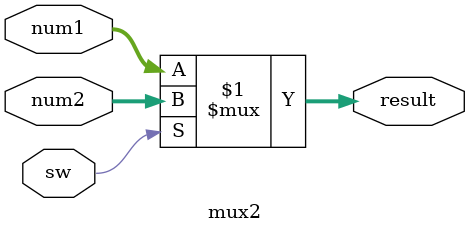
<source format=v>
`timescale 1ns / 1ps


module mux2
    #(parameter WIDTH=8)
    (
input [WIDTH-1:0] num1,
input [WIDTH-1:0] num2,
input sw,
output [WIDTH-1:0] result
);
assign result = sw ? num2 : num1;
endmodule


</source>
